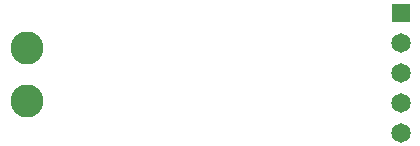
<source format=gbr>
%TF.GenerationSoftware,Altium Limited,Altium Designer,23.8.1 (32)*%
G04 Layer_Color=255*
%FSLAX45Y45*%
%MOMM*%
%TF.SameCoordinates,ADF8DBE8-81F1-4F09-BB5B-47DAA202E5C4*%
%TF.FilePolarity,Positive*%
%TF.FileFunction,Pads,Bot*%
%TF.Part,Single*%
G01*
G75*
%TA.AperFunction,ComponentPad*%
%ADD23C,2.80000*%
%ADD24C,1.65000*%
%ADD25R,1.65000X1.65000*%
D23*
X226060Y1003300D02*
D03*
Y553300D02*
D03*
D24*
X3393300Y285750D02*
D03*
Y539750D02*
D03*
Y1047750D02*
D03*
Y793750D02*
D03*
D25*
Y1301750D02*
D03*
%TF.MD5,b47add519ed2b7fd26aa70b943a1b176*%
M02*

</source>
